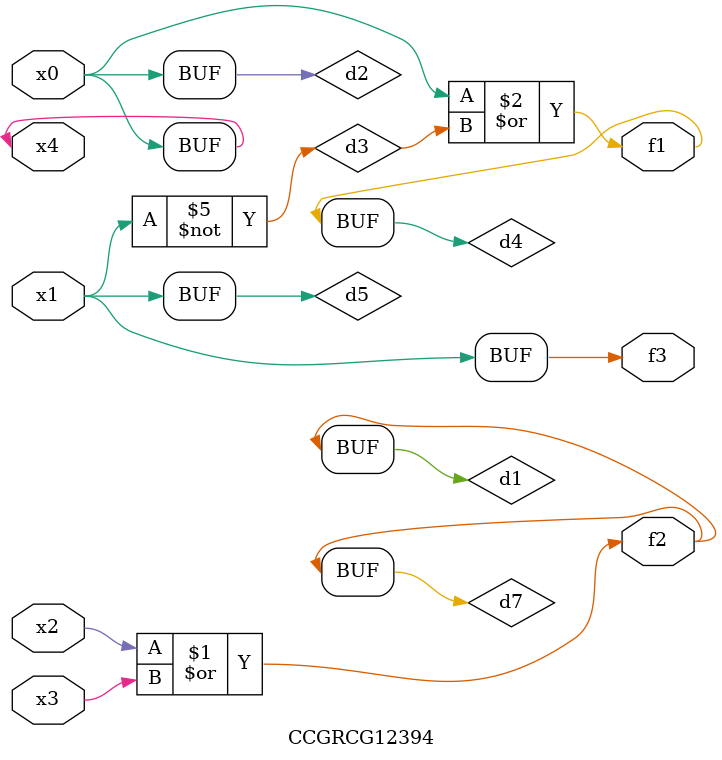
<source format=v>
module CCGRCG12394(
	input x0, x1, x2, x3, x4,
	output f1, f2, f3
);

	wire d1, d2, d3, d4, d5, d6, d7;

	or (d1, x2, x3);
	buf (d2, x0, x4);
	not (d3, x1);
	or (d4, d2, d3);
	not (d5, d3);
	nand (d6, d1, d3);
	or (d7, d1);
	assign f1 = d4;
	assign f2 = d7;
	assign f3 = d5;
endmodule

</source>
